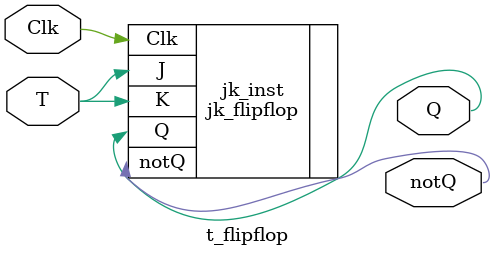
<source format=v>
module t_flipflop(
    input T, Clk,
    output Q,
    output notQ
);

    jk_flipflop jk_inst(
        .J(T),
        .K(T),
        .Clk(Clk),
        .Q(Q),
        .notQ(notQ)
    );

endmodule

</source>
